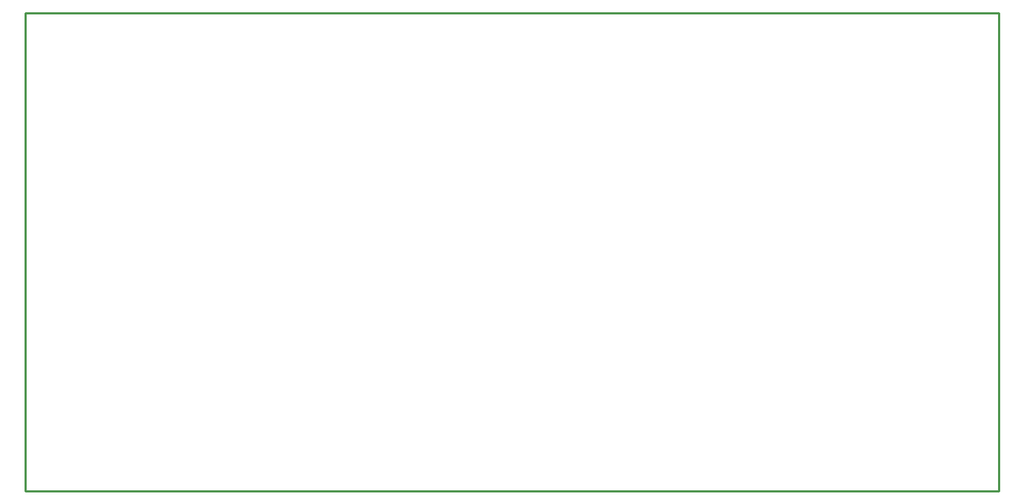
<source format=gbr>
G04 Layer_Color=16711935*
%FSLAX25Y25*%
%MOIN*%
%TF.FileFunction,Keep-out,Top*%
%TF.Part,Single*%
G01*
G75*
%TA.AperFunction,NonConductor*%
%ADD34C,0.01000*%
D34*
X0Y221000D02*
X26500D01*
X0Y0D02*
Y221000D01*
Y0D02*
X450000D01*
Y221000D01*
X26500D02*
X450000D01*
%TF.MD5,9BA820F5B1C7CFF519D8EFFB67339963*%
M02*

</source>
